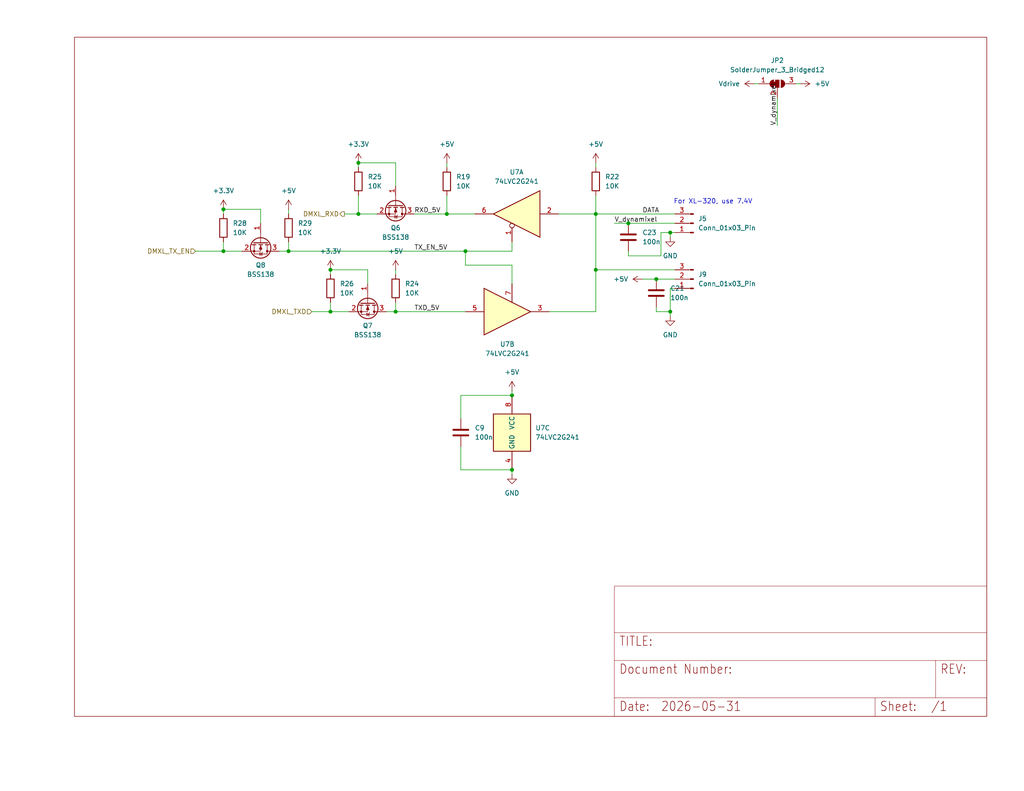
<source format=kicad_sch>
(kicad_sch (version 20231120) (generator "eeschema") (generator_version "8.0")
  (paper "USLetter")
  (lib_symbols
    (symbol "74xGxx:74LVC2G241"
      (property "Reference" "U" (at 2.54 5.08 0))
      (property "Value" "74LVC2G241" (at 2.54 -7.62 0))
      (symbol "74LVC2G241_1_1"
        (polyline (pts (xy -7.62 6.35) (xy -7.62 -6.35) (xy 5.08 0) (xy -7.62 6.35)) (stroke (width 0.254)) (fill (type background)))
        (pin input inverted (at 0 7.62 270) (length 5.08) (name "~") (number "1"))
        (pin input line (at -12.7 0 0) (length 5.08) (name "~") (number "2"))
        (pin tri_state line (at 10.16 0 180) (length 5.08) (name "~") (number "6"))
      )
      (symbol "74LVC2G241_2_1"
        (polyline (pts (xy -7.62 6.35) (xy -7.62 -6.35) (xy 5.08 0) (xy -7.62 6.35)) (stroke (width 0.254)) (fill (type background)))
        (pin tri_state line (at 10.16 0 180) (length 5.08) (name "~") (number "3"))
        (pin input line (at -12.7 0 0) (length 5.08) (name "~") (number "5"))
        (pin input line (at 0 7.62 270) (length 5.08) (name "~") (number "7"))
      )
      (symbol "74LVC2G241_3_0"
        (rectangle (start -5.08 -5.08) (end 5.08 5.08) (stroke (width 0.254)) (fill (type background)))
      )
      (symbol "74LVC2G241_3_1"
        (pin power_in line (at 0 -10.16 90) (length 5.08) (name "GND") (number "4"))
        (pin power_in line (at 0 10.16 270) (length 5.08) (name "VCC") (number "8"))
      )
    )
    (symbol "Connector:Conn_01x03_Pin" (pin_names (offset 1.016) hide)
      (property "Reference" "J" (at 0 5.08 0))
      (property "Value" "Conn_01x03_Pin" (at 0 -5.08 0))
      (symbol "Conn_01x03_Pin_1_1"
        (polyline (pts (xy 1.27 -2.54) (xy 0.8636 -2.54)) (stroke (width 0.1524)))
        (polyline (pts (xy 1.27 0) (xy 0.8636 0)) (stroke (width 0.1524)))
        (polyline (pts (xy 1.27 2.54) (xy 0.8636 2.54)) (stroke (width 0.1524)))
        (rectangle (start 0.8636 -2.413) (end 0 -2.667) (stroke (width 0.1524)) (fill (type outline)))
        (rectangle (start 0.8636 0.127) (end 0 -0.127) (stroke (width 0.1524)) (fill (type outline)))
        (rectangle (start 0.8636 2.667) (end 0 2.413) (stroke (width 0.1524)) (fill (type outline)))
        (pin passive line (at 5.08 2.54 180) (length 3.81) (name "Pin_1") (number "1"))
        (pin passive line (at 5.08 0 180) (length 3.81) (name "Pin_2") (number "2"))
        (pin passive line (at 5.08 -2.54 180) (length 3.81) (name "Pin_3") (number "3"))
      )
    )
    (symbol "Device:C" (pin_numbers hide) (pin_names (offset 0.254))
      (property "Reference" "C" (at 0.635 2.54 0))
      (property "Value" "C" (at 0.635 -2.54 0))
      (symbol "C_0_1"
        (polyline (pts (xy -2.032 -0.762) (xy 2.032 -0.762)) (stroke (width 0.508)))
        (polyline (pts (xy -2.032 0.762) (xy 2.032 0.762)) (stroke (width 0.508)))
      )
      (symbol "C_1_1"
        (pin passive line (at 0 3.81 270) (length 2.794) (name "~") (number "1"))
        (pin passive line (at 0 -3.81 90) (length 2.794) (name "~") (number "2"))
      )
    )
    (symbol "Device:R" (pin_numbers hide) (pin_names (offset 0))
      (property "Reference" "R" (at 2.032 0 90))
      (property "Value" "R" (at 0 0 90))
      (symbol "R_0_1"
        (rectangle (start -1.016 -2.54) (end 1.016 2.54) (stroke (width 0.254)))
      )
      (symbol "R_1_1"
        (pin passive line (at 0 3.81 270) (length 1.27) (name "~") (number "1"))
        (pin passive line (at 0 -3.81 90) (length 1.27) (name "~") (number "2"))
      )
    )
    (symbol "Jumper:SolderJumper_3_Bridged12" (pin_names (offset 0) hide) (exclude_from_sim yes) (in_bom no)
      (property "Reference" "JP" (at -2.54 -2.54 0))
      (property "Value" "SolderJumper_3_Bridged12" (at 0 2.794 0))
      (symbol "SolderJumper_3_Bridged12_0_1"
        (rectangle (start -1.016 0.508) (end -0.508 -0.508) (fill (type outline)))
        (arc (start -1.016 1.016) (mid -2.0276 0) (end -1.016 -1.016))
        (arc (start -1.016 1.016) (mid -2.0276 0) (end -1.016 -1.016) (fill (type outline)))
        (rectangle (start -0.508 1.016) (end 0.508 -1.016) (fill (type outline)))
        (polyline (pts (xy -2.54 0) (xy -2.032 0)))
        (polyline (pts (xy -1.016 1.016) (xy -1.016 -1.016)))
        (polyline (pts (xy 0 -1.27) (xy 0 -1.016)))
        (polyline (pts (xy 1.016 1.016) (xy 1.016 -1.016)))
        (polyline (pts (xy 2.54 0) (xy 2.032 0)))
        (arc (start 1.016 -1.016) (mid 2.0276 0) (end 1.016 1.016))
        (arc (start 1.016 -1.016) (mid 2.0276 0) (end 1.016 1.016) (fill (type outline)))
      )
      (symbol "SolderJumper_3_Bridged12_1_1"
        (pin passive line (at -5.08 0 0) (length 2.54) (name "A") (number "1"))
        (pin passive line (at 0 -3.81 90) (length 2.54) (name "C") (number "2"))
        (pin passive line (at 5.08 0 180) (length 2.54) (name "B") (number "3"))
      )
    )
    (symbol "Transistor_FET:BSS138" (pin_names hide)
      (property "Reference" "Q" (at 5.08 1.905 0))
      (property "Value" "BSS138" (at 5.08 0 0))
      (symbol "BSS138_0_1"
        (polyline (pts (xy 0.254 0) (xy -2.54 0)))
        (polyline (pts (xy 0.254 1.905) (xy 0.254 -1.905)) (stroke (width 0.254)))
        (polyline (pts (xy 0.762 -1.27) (xy 0.762 -2.286)) (stroke (width 0.254)))
        (polyline (pts (xy 0.762 0.508) (xy 0.762 -0.508)) (stroke (width 0.254)))
        (polyline (pts (xy 0.762 2.286) (xy 0.762 1.27)) (stroke (width 0.254)))
        (polyline (pts (xy 2.54 2.54) (xy 2.54 1.778)))
        (polyline (pts (xy 2.54 -2.54) (xy 2.54 0) (xy 0.762 0)))
        (polyline (pts (xy 0.762 -1.778) (xy 3.302 -1.778) (xy 3.302 1.778) (xy 0.762 1.778)))
        (polyline (pts (xy 1.016 0) (xy 2.032 0.381) (xy 2.032 -0.381) (xy 1.016 0)) (fill (type outline)))
        (polyline (pts (xy 2.794 0.508) (xy 2.921 0.381) (xy 3.683 0.381) (xy 3.81 0.254)))
        (polyline (pts (xy 3.302 0.381) (xy 2.921 -0.254) (xy 3.683 -0.254) (xy 3.302 0.381)))
        (circle (center 1.651 0) (radius 2.794) (stroke (width 0.254)))
        (circle (center 2.54 -1.778) (radius 0.254) (fill (type outline)))
        (circle (center 2.54 1.778) (radius 0.254) (fill (type outline)))
      )
      (symbol "BSS138_1_1"
        (pin input line (at -5.08 0 0) (length 2.54) (name "G") (number "1"))
        (pin passive line (at 2.54 -5.08 90) (length 2.54) (name "S") (number "2"))
        (pin passive line (at 2.54 5.08 270) (length 2.54) (name "D") (number "3"))
      )
    )
    (symbol "charge_bay-eagle-import:LETTER_L"
      (symbol "LETTER_L_1_0"
        (polyline (pts (xy 0 0) (xy 248.92 0) (xy 248.92 185.42) (xy 0 185.42) (xy 0 0)))
      )
      (symbol "LETTER_L_2_0"
        (polyline (pts (xy 0 0) (xy 0 5.08)) (stroke (width 0.1016)))
        (polyline (pts (xy 0 0) (xy 71.12 0)) (stroke (width 0.1016)))
        (polyline (pts (xy 0 5.08) (xy 0 15.24)) (stroke (width 0.1016)))
        (polyline (pts (xy 0 5.08) (xy 71.12 5.08)) (stroke (width 0.1016)))
        (polyline (pts (xy 0 15.24) (xy 0 22.86)) (stroke (width 0.1016)))
        (polyline (pts (xy 0 22.86) (xy 0 35.56)) (stroke (width 0.1016)))
        (polyline (pts (xy 0 22.86) (xy 101.6 22.86)) (stroke (width 0.1016)))
        (polyline (pts (xy 71.12 0) (xy 101.6 0)) (stroke (width 0.1016)))
        (polyline (pts (xy 71.12 5.08) (xy 71.12 0)) (stroke (width 0.1016)))
        (polyline (pts (xy 71.12 5.08) (xy 87.63 5.08)) (stroke (width 0.1016)))
        (polyline (pts (xy 87.63 5.08) (xy 101.6 5.08)) (stroke (width 0.1016)))
        (polyline (pts (xy 87.63 15.24) (xy 0 15.24)) (stroke (width 0.1016)))
        (polyline (pts (xy 87.63 15.24) (xy 87.63 5.08)) (stroke (width 0.1016)))
        (polyline (pts (xy 101.6 5.08) (xy 101.6 0)) (stroke (width 0.1016)))
        (polyline (pts (xy 101.6 15.24) (xy 87.63 15.24)) (stroke (width 0.1016)))
        (polyline (pts (xy 101.6 15.24) (xy 101.6 5.08)) (stroke (width 0.1016)))
        (polyline (pts (xy 101.6 22.86) (xy 101.6 15.24)) (stroke (width 0.1016)))
        (polyline (pts (xy 101.6 35.56) (xy 0 35.56)) (stroke (width 0.1016)))
        (polyline (pts (xy 101.6 35.56) (xy 101.6 22.86)) (stroke (width 0.1016)))
        (text "${#}/${##}" (at 86.36 1.27 0) (effects (font (size 2.54 2.159)) (justify left bottom)))
        (text "${CURRENT_DATE}" (at 12.7 1.27 0) (effects (font (size 2.54 2.159)) (justify left bottom)))
        (text "${PROJECTNAME}" (at 17.78 19.05 0) (effects (font (size 2.54 2.159)) (justify left bottom)))
        (text "Date:" (at 1.27 1.27 0) (effects (font (size 2.54 2.159)) (justify left bottom)))
        (text "Document Number:" (at 1.27 11.43 0) (effects (font (size 2.54 2.159)) (justify left bottom)))
        (text "REV:" (at 88.9 11.43 0) (effects (font (size 2.54 2.159)) (justify left bottom)))
        (text "Sheet:" (at 72.39 1.27 0) (effects (font (size 2.54 2.159)) (justify left bottom)))
        (text "TITLE:" (at 1.27 19.05 0) (effects (font (size 2.54 2.159)) (justify left bottom)))
      )
    )
    (symbol "power:+3.3V" (power) (pin_numbers hide) (pin_names (offset 0) hide)
      (property "Value" "+3.3V" (at 0 3.556 0))
      (symbol "+3.3V_0_1"
        (polyline (pts (xy -0.762 1.27) (xy 0 2.54)))
        (polyline (pts (xy 0 0) (xy 0 2.54)))
        (polyline (pts (xy 0 2.54) (xy 0.762 1.27)))
      )
      (symbol "+3.3V_1_1"
        (pin power_in line (at 0 0 90) (length 0) (name "~") (number "1"))
      )
    )
    (symbol "power:+5V" (power) (pin_numbers hide) (pin_names (offset 0) hide)
      (property "Value" "+5V" (at 0 3.556 0))
      (symbol "+5V_0_1"
        (polyline (pts (xy -0.762 1.27) (xy 0 2.54)))
        (polyline (pts (xy 0 0) (xy 0 2.54)))
        (polyline (pts (xy 0 2.54) (xy 0.762 1.27)))
      )
      (symbol "+5V_1_1"
        (pin power_in line (at 0 0 90) (length 0) (name "~") (number "1"))
      )
    )
    (symbol "power:GND" (power) (pin_numbers hide) (pin_names (offset 0) hide)
      (property "Value" "GND" (at 0 -3.81 0))
      (symbol "GND_0_1"
        (polyline (pts (xy 0 0) (xy 0 -1.27) (xy 1.27 -1.27) (xy 0 -2.54) (xy -1.27 -1.27) (xy 0 -1.27)))
      )
      (symbol "GND_1_1"
        (pin power_in line (at 0 0 270) (length 0) (name "~") (number "1"))
      )
    )
    (symbol "power:Vdrive" (power) (pin_numbers hide) (pin_names (offset 0) hide)
      (property "Value" "Vdrive" (at 0 3.556 0))
      (symbol "Vdrive_0_1"
        (polyline (pts (xy -0.762 1.27) (xy 0 2.54)))
        (polyline (pts (xy 0 0) (xy 0 2.54)))
        (polyline (pts (xy 0 2.54) (xy 0.762 1.27)))
      )
      (symbol "Vdrive_1_1"
        (pin power_in line (at 0 0 90) (length 0) (name "~") (number "1"))
      )
    )
  )
  (junction (at 162.56 58.42))
  (junction (at 162.56 73.66))
  (junction (at 121.92 58.42))
  (junction (at 90.17 85.09))
  (junction (at 60.96 68.58))
  (junction (at 97.79 44.45))
  (junction (at 97.79 58.42))
  (junction (at 182.88 63.5))
  (junction (at 127 68.58))
  (junction (at 182.88 85.09))
  (junction (at 78.74 68.58))
  (junction (at 107.95 85.09))
  (junction (at 171.45 60.96))
  (junction (at 90.17 73.66))
  (junction (at 139.7 107.95))
  (junction (at 60.96 57.15))
  (junction (at 179.07 76.2))
  (junction (at 139.7 128.27))
  (wire (pts (xy 125.73 121.92) (xy 125.73 128.27)))
  (wire (pts (xy 76.2 68.58) (xy 78.74 68.58)))
  (wire (pts (xy 162.56 53.34) (xy 162.56 58.42)))
  (wire (pts (xy 162.56 73.66) (xy 162.56 58.42)))
  (wire (pts (xy 121.92 53.34) (xy 121.92 58.42)))
  (wire (pts (xy 113.03 58.42) (xy 121.92 58.42)))
  (wire (pts (xy 167.64 60.96) (xy 171.45 60.96)))
  (wire (pts (xy 139.7 128.27) (xy 139.7 129.54)))
  (wire (pts (xy 139.7 72.39) (xy 127 72.39)))
  (wire (pts (xy 125.73 128.27) (xy 139.7 128.27)))
  (wire (pts (xy 107.95 73.66) (xy 107.95 74.93)))
  (wire (pts (xy 179.07 83.82) (xy 179.07 85.09)))
  (wire (pts (xy 182.88 85.09) (xy 182.88 86.36)))
  (wire (pts (xy 60.96 68.58) (xy 60.96 66.04)))
  (wire (pts (xy 107.95 82.55) (xy 107.95 85.09)))
  (wire (pts (xy 127 72.39) (xy 127 68.58)))
  (wire (pts (xy 149.86 85.09) (xy 162.56 85.09)))
  (wire (pts (xy 171.45 60.96) (xy 184.15 60.96)))
  (wire (pts (xy 205.74 22.86) (xy 207.01 22.86)))
  (wire (pts (xy 90.17 73.66) (xy 90.17 74.93)))
  (wire (pts (xy 97.79 44.45) (xy 97.79 45.72)))
  (wire (pts (xy 180.34 69.85) (xy 180.34 63.5)))
  (wire (pts (xy 90.17 85.09) (xy 90.17 82.55)))
  (wire (pts (xy 121.92 58.42) (xy 129.54 58.42)))
  (wire (pts (xy 97.79 58.42) (xy 97.79 53.34)))
  (wire (pts (xy 107.95 85.09) (xy 127 85.09)))
  (wire (pts (xy 162.56 73.66) (xy 184.15 73.66)))
  (wire (pts (xy 105.41 85.09) (xy 107.95 85.09)))
  (wire (pts (xy 125.73 114.3) (xy 125.73 107.95)))
  (wire (pts (xy 121.92 44.45) (xy 121.92 45.72)))
  (wire (pts (xy 78.74 68.58) (xy 127 68.58)))
  (wire (pts (xy 139.7 66.04) (xy 139.7 68.58)))
  (wire (pts (xy 162.56 85.09) (xy 162.56 73.66)))
  (wire (pts (xy 182.88 78.74) (xy 184.15 78.74)))
  (wire (pts (xy 125.73 107.95) (xy 139.7 107.95)))
  (wire (pts (xy 217.17 22.86) (xy 218.44 22.86)))
  (wire (pts (xy 127 68.58) (xy 139.7 68.58)))
  (wire (pts (xy 171.45 68.58) (xy 171.45 69.85)))
  (wire (pts (xy 102.87 58.42) (xy 97.79 58.42)))
  (wire (pts (xy 71.12 57.15) (xy 60.96 57.15)))
  (wire (pts (xy 179.07 85.09) (xy 182.88 85.09)))
  (wire (pts (xy 179.07 76.2) (xy 184.15 76.2)))
  (wire (pts (xy 95.25 85.09) (xy 90.17 85.09)))
  (wire (pts (xy 78.74 66.04) (xy 78.74 68.58)))
  (wire (pts (xy 100.33 73.66) (xy 90.17 73.66)))
  (wire (pts (xy 139.7 106.68) (xy 139.7 107.95)))
  (wire (pts (xy 182.88 78.74) (xy 182.88 85.09)))
  (wire (pts (xy 78.74 57.15) (xy 78.74 58.42)))
  (wire (pts (xy 212.09 26.67) (xy 212.09 34.29)))
  (wire (pts (xy 162.56 58.42) (xy 184.15 58.42)))
  (wire (pts (xy 107.95 44.45) (xy 97.79 44.45)))
  (wire (pts (xy 162.56 44.45) (xy 162.56 45.72)))
  (wire (pts (xy 107.95 50.8) (xy 107.95 44.45)))
  (wire (pts (xy 85.09 85.09) (xy 90.17 85.09)))
  (wire (pts (xy 180.34 63.5) (xy 182.88 63.5)))
  (wire (pts (xy 175.26 76.2) (xy 179.07 76.2)))
  (wire (pts (xy 152.4 58.42) (xy 162.56 58.42)))
  (wire (pts (xy 53.34 68.58) (xy 60.96 68.58)))
  (wire (pts (xy 66.04 68.58) (xy 60.96 68.58)))
  (wire (pts (xy 182.88 63.5) (xy 184.15 63.5)))
  (wire (pts (xy 60.96 57.15) (xy 60.96 58.42)))
  (wire (pts (xy 139.7 77.47) (xy 139.7 72.39)))
  (wire (pts (xy 182.88 64.77) (xy 182.88 63.5)))
  (wire (pts (xy 100.33 77.47) (xy 100.33 73.66)))
  (wire (pts (xy 71.12 60.96) (xy 71.12 57.15)))
  (wire (pts (xy 171.45 69.85) (xy 180.34 69.85)))
  (wire (pts (xy 93.98 58.42) (xy 97.79 58.42)))
  (text "For XL-320, use 7.4V" (at 194.564 55.118 0) (effects (font (size 1.27 1.27))))
  (label "V_dynamixel" (at 167.64 60.96 0))
  (label "V_dynamixel" (at 212.09 34.29 90))
  (label "TX_EN_5V" (at 113.03 68.58 0))
  (label "DATA" (at 175.26 58.42 0))
  (label "RXD_5V" (at 113.03 58.42 0))
  (label "TXD_5V" (at 113.03 85.09 0))
  (hierarchical_label "DMXL_TX_EN" (shape input) (at 53.34 68.58 180))
  (hierarchical_label "DMXL_TXD" (shape input) (at 85.09 85.09 180))
  (hierarchical_label "DMXL_RXD" (shape output) (at 93.98 58.42 180))
  (symbol (lib_id "power:+3.3V") (at 60.96 57.15 0) (unit 1)
    (property "Reference" "#PWR064" (effects (hide yes)))
    (property "Value" "+3.3V" (at 60.96 52.07 0))
    (property "Description" "Power symbol creates a global label with name \"+3.3V\"" (effects (hide yes)))
  )
  (symbol (lib_id "74xGxx:74LVC2G241") (at 139.7 58.42 180) (unit 1)
    (property "Reference" "U7" (at 140.97 46.99 0))
    (property "Value" "74LVC2G241" (at 140.97 49.53 0))
    (property "Footprint" "Package_SO:VSSOP-8_2.3x2mm_P0.5mm" (effects (hide yes)))
    (property "Datasheet" "http://www.ti.com/lit/sg/scyt129e/scyt129e.pdf" (effects (hide yes)))
    (property "Description" "Dual Buffer Tri-State, Low-Voltage CMOS" (effects (hide yes)))
    (property "JLCPCB" "C10430" (effects (hide yes)))
    (property "JLCType" "Extended" (effects (hide yes)))
  )
  (symbol (lib_id "power:+5V") (at 218.44 22.86 270) (unit 1)
    (property "Reference" "#PWR082" (effects (hide yes)))
    (property "Value" "+5V" (at 222.25 22.8599 90) (effects (justify left)))
    (property "Description" "Power symbol creates a global label with name \"+5V\"" (effects (hide yes)))
  )
  (symbol (lib_id "Device:R") (at 107.95 78.74 0) (unit 1)
    (property "Reference" "R24" (at 110.49 77.4699 0) (effects (justify left)))
    (property "Value" "10K" (at 110.49 80.0099 0) (effects (justify left)))
    (property "Footprint" "Resistor_SMD:R_0402_1005Metric" (effects (hide yes)))
    (property "Datasheet" "https://www.lcsc.com/datasheet/lcsc_datasheet_2206010216_UNI-ROYAL-Uniroyal-Elec-0805W8F1002T5E_C17414.pdf" (effects (hide yes)))
    (property "Description" "Resistor" (effects (hide yes)))
    (property "JLCPCB" "C17414" (effects (hide yes)))
    (property "JLCType" "Basic" (effects (hide yes)))
  )
  (symbol (lib_id "Jumper:SolderJumper_3_Bridged12") (at 212.09 22.86 0) (unit 1) (exclude_from_sim yes) (in_bom no)
    (property "Reference" "JP2" (at 212.09 16.51 0))
    (property "Value" "SolderJumper_3_Bridged12" (at 212.09 19.05 0))
    (property "Footprint" "Jumper:SolderJumper-3_P1.3mm_Bridged12_RoundedPad1.0x1.5mm" (effects (hide yes)))
    (property "Description" "3-pole Solder Jumper, pins 1+2 closed/bridged" (effects (hide yes)))
  )
  (symbol (lib_id "charge_bay-eagle-import:LETTER_L") (at 167.64 195.58 0) (unit 2)
    (property "Reference" "#FRAME2" (effects (hide yes)))
  )
  (symbol (lib_id "power:+3.3V") (at 90.17 73.66 0) (unit 1)
    (property "Reference" "#PWR050" (effects (hide yes)))
    (property "Value" "+3.3V" (at 90.17 68.58 0))
    (property "Description" "Power symbol creates a global label with name \"+3.3V\"" (effects (hide yes)))
  )
  (symbol (lib_id "power:+3.3V") (at 97.79 44.45 0) (unit 1)
    (property "Reference" "#PWR049" (effects (hide yes)))
    (property "Value" "+3.3V" (at 97.79 39.37 0))
    (property "Description" "Power symbol creates a global label with name \"+3.3V\"" (effects (hide yes)))
  )
  (symbol (lib_id "Connector:Conn_01x03_Pin") (at 189.23 76.2 180) (unit 1)
    (property "Reference" "J9" (at 190.5 74.9299 0) (effects (justify right)))
    (property "Value" "Conn_01x03_Pin" (at 190.5 77.4699 0) (effects (justify right)))
    (property "Footprint" "Connector_JST:JST_EH_B3B-EH-A_1x03_P2.50mm_Vertical" (effects (hide yes)))
    (property "Description" "Generic connector, single row, 01x03, script generated" (effects (hide yes)))
  )
  (symbol (lib_id "74xGxx:74LVC2G241") (at 139.7 118.11 0) (unit 3)
    (property "Reference" "U7" (at 146.05 116.8399 0) (effects (justify left)))
    (property "Value" "74LVC2G241" (at 146.05 119.3799 0) (effects (justify left)))
    (property "Footprint" "Package_SO:VSSOP-8_2.3x2mm_P0.5mm" (effects (hide yes)))
    (property "Datasheet" "http://www.ti.com/lit/sg/scyt129e/scyt129e.pdf" (effects (hide yes)))
    (property "Description" "Dual Buffer Tri-State, Low-Voltage CMOS" (effects (hide yes)))
    (property "JLCPCB" "C10430" (effects (hide yes)))
    (property "JLCType" "Extended" (effects (hide yes)))
  )
  (symbol (lib_id "power:Vdrive") (at 205.74 22.86 90) (unit 1)
    (property "Reference" "#PWR081" (effects (hide yes)))
    (property "Value" "Vdrive" (at 201.93 22.8599 90) (effects (justify left)))
    (property "Description" "Power symbol creates a global label with name \"Vdrive\"" (effects (hide yes)))
  )
  (symbol (lib_id "power:+5V") (at 121.92 44.45 0) (unit 1)
    (property "Reference" "#PWR044" (effects (hide yes)))
    (property "Value" "+5V" (at 121.92 39.37 0))
    (property "Description" "Power symbol creates a global label with name \"+5V\"" (effects (hide yes)))
  )
  (symbol (lib_id "power:+5V") (at 162.56 44.45 0) (unit 1)
    (property "Reference" "#PWR045" (effects (hide yes)))
    (property "Value" "+5V" (at 162.56 39.37 0))
    (property "Description" "Power symbol creates a global label with name \"+5V\"" (effects (hide yes)))
  )
  (symbol (lib_id "Device:R") (at 60.96 62.23 0) (unit 1)
    (property "Reference" "R28" (at 63.5 60.9599 0) (effects (justify left)))
    (property "Value" "10K" (at 63.5 63.4999 0) (effects (justify left)))
    (property "Footprint" "Resistor_SMD:R_0402_1005Metric" (effects (hide yes)))
    (property "Datasheet" "https://www.lcsc.com/datasheet/lcsc_datasheet_2206010216_UNI-ROYAL-Uniroyal-Elec-0805W8F1002T5E_C17414.pdf" (effects (hide yes)))
    (property "Description" "Resistor" (effects (hide yes)))
    (property "JLCPCB" "C17414" (effects (hide yes)))
    (property "JLCType" "Basic" (effects (hide yes)))
  )
  (symbol (lib_id "power:+5V") (at 107.95 73.66 0) (unit 1)
    (property "Reference" "#PWR048" (effects (hide yes)))
    (property "Value" "+5V" (at 107.95 68.58 0))
    (property "Description" "Power symbol creates a global label with name \"+5V\"" (effects (hide yes)))
  )
  (symbol (lib_id "charge_bay-eagle-import:LETTER_L") (at 20.32 195.58 0) (unit 1)
    (property "Reference" "#FRAME2" (effects (hide yes)))
  )
  (symbol (lib_id "Device:C") (at 171.45 64.77 0) (unit 1)
    (property "Reference" "C23" (at 175.26 63.4999 0) (effects (justify left)))
    (property "Value" "100n" (at 175.26 66.0399 0) (effects (justify left)))
    (property "Footprint" "Capacitor_SMD:C_0603_1608Metric" (effects (hide yes)))
    (property "Description" "Unpolarized capacitor" (effects (hide yes)))
    (property "JLCPCB" "C14663" (effects (hide yes)))
    (property "JLCType" "Basic" (effects (hide yes)))
  )
  (symbol (lib_id "power:GND") (at 139.7 129.54 0) (unit 1)
    (property "Reference" "#PWR047" (effects (hide yes)))
    (property "Value" "GND" (at 139.7 134.62 0))
    (property "Description" "Power symbol creates a global label with name \"GND\" , ground" (effects (hide yes)))
  )
  (symbol (lib_id "Device:C") (at 125.73 118.11 0) (unit 1)
    (property "Reference" "C9" (at 129.54 116.8399 0) (effects (justify left)))
    (property "Value" "100n" (at 129.54 119.3799 0) (effects (justify left)))
    (property "Footprint" "Capacitor_SMD:C_0603_1608Metric" (effects (hide yes)))
    (property "Description" "Unpolarized capacitor" (effects (hide yes)))
    (property "JLCPCB" "C14663" (effects (hide yes)))
    (property "JLCType" "Basic" (effects (hide yes)))
  )
  (symbol (lib_id "Device:C") (at 179.07 80.01 0) (unit 1)
    (property "Reference" "C21" (at 182.88 78.7399 0) (effects (justify left)))
    (property "Value" "100n" (at 182.88 81.2799 0) (effects (justify left)))
    (property "Footprint" "Capacitor_SMD:C_0603_1608Metric" (effects (hide yes)))
    (property "Description" "Unpolarized capacitor" (effects (hide yes)))
    (property "JLCPCB" "C14663" (effects (hide yes)))
    (property "JLCType" "Basic" (effects (hide yes)))
  )
  (symbol (lib_id "Device:R") (at 90.17 78.74 0) (unit 1)
    (property "Reference" "R26" (at 92.71 77.4699 0) (effects (justify left)))
    (property "Value" "10K" (at 92.71 80.0099 0) (effects (justify left)))
    (property "Footprint" "Resistor_SMD:R_0402_1005Metric" (effects (hide yes)))
    (property "Datasheet" "https://www.lcsc.com/datasheet/lcsc_datasheet_2206010216_UNI-ROYAL-Uniroyal-Elec-0805W8F1002T5E_C17414.pdf" (effects (hide yes)))
    (property "Description" "Resistor" (effects (hide yes)))
    (property "JLCPCB" "C17414" (effects (hide yes)))
    (property "JLCType" "Basic" (effects (hide yes)))
  )
  (symbol (lib_id "74xGxx:74LVC2G241") (at 139.7 85.09 0) (unit 2)
    (property "Reference" "U7" (at 138.43 93.98 0))
    (property "Value" "74LVC2G241" (at 138.43 96.52 0))
    (property "Footprint" "Package_SO:VSSOP-8_2.3x2mm_P0.5mm" (effects (hide yes)))
    (property "Datasheet" "http://www.ti.com/lit/sg/scyt129e/scyt129e.pdf" (effects (hide yes)))
    (property "Description" "Dual Buffer Tri-State, Low-Voltage CMOS" (effects (hide yes)))
    (property "JLCPCB" "C10430" (effects (hide yes)))
    (property "JLCType" "Extended" (effects (hide yes)))
  )
  (symbol (lib_id "Device:R") (at 162.56 49.53 0) (unit 1)
    (property "Reference" "R22" (at 165.1 48.2599 0) (effects (justify left)))
    (property "Value" "10K" (at 165.1 50.7999 0) (effects (justify left)))
    (property "Footprint" "Resistor_SMD:R_0402_1005Metric" (effects (hide yes)))
    (property "Datasheet" "https://www.lcsc.com/datasheet/lcsc_datasheet_2206010216_UNI-ROYAL-Uniroyal-Elec-0805W8F1002T5E_C17414.pdf" (effects (hide yes)))
    (property "Description" "Resistor" (effects (hide yes)))
    (property "JLCPCB" "C17414" (effects (hide yes)))
    (property "JLCType" "Basic" (effects (hide yes)))
  )
  (symbol (lib_id "Transistor_FET:BSS138") (at 100.33 82.55 270) (unit 1)
    (property "Reference" "Q7" (at 100.33 88.9 90))
    (property "Value" "BSS138" (at 100.33 91.44 90))
    (property "Footprint" "Package_TO_SOT_SMD:SOT-23" (effects (hide yes)))
    (property "Datasheet" "https://www.onsemi.com/pub/Collateral/BSS138-D.PDF" (effects (hide yes)))
    (property "Description" "50V Vds, 0.22A Id, N-Channel MOSFET, SOT-23" (effects (hide yes)))
    (property "JLCPCB" "C78284" (effects (hide yes)))
    (property "JLCType" "Extended" (effects (hide yes)))
  )
  (symbol (lib_id "power:+5V") (at 139.7 106.68 0) (unit 1)
    (property "Reference" "#PWR046" (effects (hide yes)))
    (property "Value" "+5V" (at 139.7 101.6 0))
    (property "Description" "Power symbol creates a global label with name \"+5V\"" (effects (hide yes)))
  )
  (symbol (lib_id "power:GND") (at 182.88 64.77 0) (unit 1)
    (property "Reference" "#PWR073" (effects (hide yes)))
    (property "Value" "GND" (at 182.88 69.85 0))
    (property "Description" "Power symbol creates a global label with name \"GND\" , ground" (effects (hide yes)))
  )
  (symbol (lib_id "power:GND") (at 182.88 86.36 0) (unit 1)
    (property "Reference" "#PWR072" (effects (hide yes)))
    (property "Value" "GND" (at 182.88 91.44 0))
    (property "Description" "Power symbol creates a global label with name \"GND\" , ground" (effects (hide yes)))
  )
  (symbol (lib_id "Device:R") (at 97.79 49.53 0) (unit 1)
    (property "Reference" "R25" (at 100.33 48.2599 0) (effects (justify left)))
    (property "Value" "10K" (at 100.33 50.7999 0) (effects (justify left)))
    (property "Footprint" "Resistor_SMD:R_0402_1005Metric" (effects (hide yes)))
    (property "Datasheet" "https://www.lcsc.com/datasheet/lcsc_datasheet_2206010216_UNI-ROYAL-Uniroyal-Elec-0805W8F1002T5E_C17414.pdf" (effects (hide yes)))
    (property "Description" "Resistor" (effects (hide yes)))
    (property "JLCPCB" "C17414" (effects (hide yes)))
    (property "JLCType" "Basic" (effects (hide yes)))
  )
  (symbol (lib_id "Transistor_FET:BSS138") (at 107.95 55.88 270) (unit 1)
    (property "Reference" "Q6" (at 107.95 62.23 90))
    (property "Value" "BSS138" (at 107.95 64.77 90))
    (property "Footprint" "Package_TO_SOT_SMD:SOT-23" (effects (hide yes)))
    (property "Datasheet" "https://www.onsemi.com/pub/Collateral/BSS138-D.PDF" (effects (hide yes)))
    (property "Description" "50V Vds, 0.22A Id, N-Channel MOSFET, SOT-23" (effects (hide yes)))
    (property "JLCPCB" "C78284" (effects (hide yes)))
    (property "JLCType" "Extended" (effects (hide yes)))
  )
  (symbol (lib_id "Device:R") (at 78.74 62.23 0) (unit 1)
    (property "Reference" "R29" (at 81.28 60.9599 0) (effects (justify left)))
    (property "Value" "10K" (at 81.28 63.4999 0) (effects (justify left)))
    (property "Footprint" "Resistor_SMD:R_0402_1005Metric" (effects (hide yes)))
    (property "Datasheet" "https://www.lcsc.com/datasheet/lcsc_datasheet_2206010216_UNI-ROYAL-Uniroyal-Elec-0805W8F1002T5E_C17414.pdf" (effects (hide yes)))
    (property "Description" "Resistor" (effects (hide yes)))
    (property "JLCPCB" "C17414" (effects (hide yes)))
    (property "JLCType" "Basic" (effects (hide yes)))
  )
  (symbol (lib_id "power:+5V") (at 78.74 57.15 0) (unit 1)
    (property "Reference" "#PWR076" (effects (hide yes)))
    (property "Value" "+5V" (at 78.74 52.07 0))
    (property "Description" "Power symbol creates a global label with name \"+5V\"" (effects (hide yes)))
  )
  (symbol (lib_id "Connector:Conn_01x03_Pin") (at 189.23 60.96 180) (unit 1)
    (property "Reference" "J5" (at 190.5 59.6899 0) (effects (justify right)))
    (property "Value" "Conn_01x03_Pin" (at 190.5 62.2299 0) (effects (justify right)))
    (property "Footprint" "Connector_Molex:Molex_Micro-Latch_53253-0370_1x03_P2.00mm_Vertical" (effects (hide yes)))
    (property "Description" "Generic connector, single row, 01x03, script generated" (effects (hide yes)))
  )
  (symbol (lib_id "power:+5V") (at 175.26 76.2 90) (unit 1)
    (property "Reference" "#PWR074" (effects (hide yes)))
    (property "Value" "+5V" (at 171.45 76.1999 90) (effects (justify left)))
    (property "Description" "Power symbol creates a global label with name \"+5V\"" (effects (hide yes)))
  )
  (symbol (lib_id "Device:R") (at 121.92 49.53 0) (unit 1)
    (property "Reference" "R19" (at 124.46 48.2599 0) (effects (justify left)))
    (property "Value" "10K" (at 124.46 50.7999 0) (effects (justify left)))
    (property "Footprint" "Resistor_SMD:R_0402_1005Metric" (effects (hide yes)))
    (property "Datasheet" "https://www.lcsc.com/datasheet/lcsc_datasheet_2206010216_UNI-ROYAL-Uniroyal-Elec-0805W8F1002T5E_C17414.pdf" (effects (hide yes)))
    (property "Description" "Resistor" (effects (hide yes)))
    (property "JLCPCB" "C17414" (effects (hide yes)))
    (property "JLCType" "Basic" (effects (hide yes)))
  )
  (symbol (lib_id "Transistor_FET:BSS138") (at 71.12 66.04 270) (unit 1)
    (property "Reference" "Q8" (at 71.12 72.39 90))
    (property "Value" "BSS138" (at 71.12 74.93 90))
    (property "Footprint" "Package_TO_SOT_SMD:SOT-23" (effects (hide yes)))
    (property "Datasheet" "https://www.onsemi.com/pub/Collateral/BSS138-D.PDF" (effects (hide yes)))
    (property "Description" "50V Vds, 0.22A Id, N-Channel MOSFET, SOT-23" (effects (hide yes)))
    (property "JLCPCB" "C78284" (effects (hide yes)))
    (property "JLCType" "Extended" (effects (hide yes)))
  )
)
</source>
